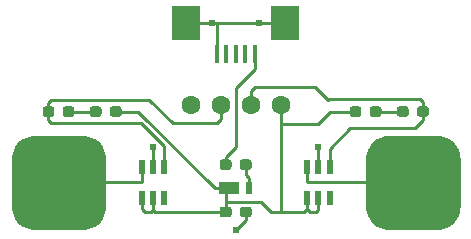
<source format=gtl>
G04 #@! TF.GenerationSoftware,KiCad,Pcbnew,(5.1.9-0-10_14)*
G04 #@! TF.CreationDate,2021-07-10T20:50:17+09:00*
G04 #@! TF.ProjectId,TouchSwitch,546f7563-6853-4776-9974-63682e6b6963,V1.0*
G04 #@! TF.SameCoordinates,Original*
G04 #@! TF.FileFunction,Copper,L1,Top*
G04 #@! TF.FilePolarity,Positive*
%FSLAX46Y46*%
G04 Gerber Fmt 4.6, Leading zero omitted, Abs format (unit mm)*
G04 Created by KiCad (PCBNEW (5.1.9-0-10_14)) date 2021-07-10 20:50:17*
%MOMM*%
%LPD*%
G01*
G04 APERTURE LIST*
G04 #@! TA.AperFunction,SMDPad,CuDef*
%ADD10R,0.500000X1.300000*%
G04 #@! TD*
G04 #@! TA.AperFunction,ComponentPad*
%ADD11C,1.600000*%
G04 #@! TD*
G04 #@! TA.AperFunction,SMDPad,CuDef*
%ADD12R,0.400000X1.600000*%
G04 #@! TD*
G04 #@! TA.AperFunction,SMDPad,CuDef*
%ADD13R,2.400000X3.000000*%
G04 #@! TD*
G04 #@! TA.AperFunction,SMDPad,CuDef*
%ADD14R,1.800000X1.000000*%
G04 #@! TD*
G04 #@! TA.AperFunction,SMDPad,CuDef*
%ADD15R,0.600000X1.000000*%
G04 #@! TD*
G04 #@! TA.AperFunction,ViaPad*
%ADD16C,0.609600*%
G04 #@! TD*
G04 #@! TA.AperFunction,Conductor*
%ADD17C,0.254000*%
G04 #@! TD*
G04 #@! TA.AperFunction,Conductor*
%ADD18C,0.100000*%
G04 #@! TD*
G04 APERTURE END LIST*
D10*
X7950000Y-16700000D03*
X7000000Y-16700000D03*
X6050000Y-16700000D03*
X6050000Y-19300000D03*
X7950000Y-19300000D03*
X7000000Y-19300000D03*
X-6050000Y-16700000D03*
X-7000000Y-16700000D03*
X-7950000Y-16700000D03*
X-7950000Y-19300000D03*
X-6050000Y-19300000D03*
X-7000000Y-19300000D03*
D11*
X-3810000Y-11430000D03*
X3810000Y-11430000D03*
X1270000Y-11430000D03*
X-1270000Y-11430000D03*
G04 #@! TA.AperFunction,SMDPad,CuDef*
G36*
G01*
X12350000Y-11775000D02*
X12350000Y-12225000D01*
G75*
G02*
X12125000Y-12450000I-225000J0D01*
G01*
X11575000Y-12450000D01*
G75*
G02*
X11350000Y-12225000I0J225000D01*
G01*
X11350000Y-11775000D01*
G75*
G02*
X11575000Y-11550000I225000J0D01*
G01*
X12125000Y-11550000D01*
G75*
G02*
X12350000Y-11775000I0J-225000D01*
G01*
G37*
G04 #@! TD.AperFunction*
G04 #@! TA.AperFunction,SMDPad,CuDef*
G36*
G01*
X10650000Y-11775000D02*
X10650000Y-12225000D01*
G75*
G02*
X10425000Y-12450000I-225000J0D01*
G01*
X9875000Y-12450000D01*
G75*
G02*
X9650000Y-12225000I0J225000D01*
G01*
X9650000Y-11775000D01*
G75*
G02*
X9875000Y-11550000I225000J0D01*
G01*
X10425000Y-11550000D01*
G75*
G02*
X10650000Y-11775000I0J-225000D01*
G01*
G37*
G04 #@! TD.AperFunction*
G04 #@! TA.AperFunction,SMDPad,CuDef*
G36*
G01*
X-12350000Y-12225000D02*
X-12350000Y-11775000D01*
G75*
G02*
X-12125000Y-11550000I225000J0D01*
G01*
X-11575000Y-11550000D01*
G75*
G02*
X-11350000Y-11775000I0J-225000D01*
G01*
X-11350000Y-12225000D01*
G75*
G02*
X-11575000Y-12450000I-225000J0D01*
G01*
X-12125000Y-12450000D01*
G75*
G02*
X-12350000Y-12225000I0J225000D01*
G01*
G37*
G04 #@! TD.AperFunction*
G04 #@! TA.AperFunction,SMDPad,CuDef*
G36*
G01*
X-10650000Y-12225000D02*
X-10650000Y-11775000D01*
G75*
G02*
X-10425000Y-11550000I225000J0D01*
G01*
X-9875000Y-11550000D01*
G75*
G02*
X-9650000Y-11775000I0J-225000D01*
G01*
X-9650000Y-12225000D01*
G75*
G02*
X-9875000Y-12450000I-225000J0D01*
G01*
X-10425000Y-12450000D01*
G75*
G02*
X-10650000Y-12225000I0J225000D01*
G01*
G37*
G04 #@! TD.AperFunction*
D12*
X1600000Y-7100000D03*
X800000Y-7100000D03*
X0Y-7100000D03*
X-800000Y-7100000D03*
X-1600000Y-7100000D03*
D13*
X4200000Y-4500000D03*
X-4200000Y-4500000D03*
G04 #@! TA.AperFunction,SMDPad,CuDef*
G36*
G01*
X1350000Y-16275000D02*
X1350000Y-16725000D01*
G75*
G02*
X1125000Y-16950000I-225000J0D01*
G01*
X575000Y-16950000D01*
G75*
G02*
X350000Y-16725000I0J225000D01*
G01*
X350000Y-16275000D01*
G75*
G02*
X575000Y-16050000I225000J0D01*
G01*
X1125000Y-16050000D01*
G75*
G02*
X1350000Y-16275000I0J-225000D01*
G01*
G37*
G04 #@! TD.AperFunction*
G04 #@! TA.AperFunction,SMDPad,CuDef*
G36*
G01*
X-350000Y-16275000D02*
X-350000Y-16725000D01*
G75*
G02*
X-575000Y-16950000I-225000J0D01*
G01*
X-1125000Y-16950000D01*
G75*
G02*
X-1350000Y-16725000I0J225000D01*
G01*
X-1350000Y-16275000D01*
G75*
G02*
X-1125000Y-16050000I225000J0D01*
G01*
X-575000Y-16050000D01*
G75*
G02*
X-350000Y-16275000I0J-225000D01*
G01*
G37*
G04 #@! TD.AperFunction*
D14*
X-550000Y-18500000D03*
D15*
X1150000Y-18500000D03*
G04 #@! TA.AperFunction,SMDPad,CuDef*
G36*
G01*
X16350000Y-11775000D02*
X16350000Y-12225000D01*
G75*
G02*
X16125000Y-12450000I-225000J0D01*
G01*
X15575000Y-12450000D01*
G75*
G02*
X15350000Y-12225000I0J225000D01*
G01*
X15350000Y-11775000D01*
G75*
G02*
X15575000Y-11550000I225000J0D01*
G01*
X16125000Y-11550000D01*
G75*
G02*
X16350000Y-11775000I0J-225000D01*
G01*
G37*
G04 #@! TD.AperFunction*
G04 #@! TA.AperFunction,SMDPad,CuDef*
G36*
G01*
X14650000Y-11775000D02*
X14650000Y-12225000D01*
G75*
G02*
X14425000Y-12450000I-225000J0D01*
G01*
X13875000Y-12450000D01*
G75*
G02*
X13650000Y-12225000I0J225000D01*
G01*
X13650000Y-11775000D01*
G75*
G02*
X13875000Y-11550000I225000J0D01*
G01*
X14425000Y-11550000D01*
G75*
G02*
X14650000Y-11775000I0J-225000D01*
G01*
G37*
G04 #@! TD.AperFunction*
G04 #@! TA.AperFunction,SMDPad,CuDef*
G36*
G01*
X-16350000Y-12225000D02*
X-16350000Y-11775000D01*
G75*
G02*
X-16125000Y-11550000I225000J0D01*
G01*
X-15575000Y-11550000D01*
G75*
G02*
X-15350000Y-11775000I0J-225000D01*
G01*
X-15350000Y-12225000D01*
G75*
G02*
X-15575000Y-12450000I-225000J0D01*
G01*
X-16125000Y-12450000D01*
G75*
G02*
X-16350000Y-12225000I0J225000D01*
G01*
G37*
G04 #@! TD.AperFunction*
G04 #@! TA.AperFunction,SMDPad,CuDef*
G36*
G01*
X-14650000Y-12225000D02*
X-14650000Y-11775000D01*
G75*
G02*
X-14425000Y-11550000I225000J0D01*
G01*
X-13875000Y-11550000D01*
G75*
G02*
X-13650000Y-11775000I0J-225000D01*
G01*
X-13650000Y-12225000D01*
G75*
G02*
X-13875000Y-12450000I-225000J0D01*
G01*
X-14425000Y-12450000D01*
G75*
G02*
X-14650000Y-12225000I0J225000D01*
G01*
G37*
G04 #@! TD.AperFunction*
G04 #@! TA.AperFunction,SMDPad,CuDef*
G36*
G01*
X-1350000Y-20725000D02*
X-1350000Y-20275000D01*
G75*
G02*
X-1125000Y-20050000I225000J0D01*
G01*
X-575000Y-20050000D01*
G75*
G02*
X-350000Y-20275000I0J-225000D01*
G01*
X-350000Y-20725000D01*
G75*
G02*
X-575000Y-20950000I-225000J0D01*
G01*
X-1125000Y-20950000D01*
G75*
G02*
X-1350000Y-20725000I0J225000D01*
G01*
G37*
G04 #@! TD.AperFunction*
G04 #@! TA.AperFunction,SMDPad,CuDef*
G36*
G01*
X350000Y-20725000D02*
X350000Y-20275000D01*
G75*
G02*
X575000Y-20050000I225000J0D01*
G01*
X1125000Y-20050000D01*
G75*
G02*
X1350000Y-20275000I0J-225000D01*
G01*
X1350000Y-20725000D01*
G75*
G02*
X1125000Y-20950000I-225000J0D01*
G01*
X575000Y-20950000D01*
G75*
G02*
X350000Y-20725000I0J225000D01*
G01*
G37*
G04 #@! TD.AperFunction*
D16*
X-7000000Y-15000000D03*
X7000000Y-15000000D03*
X0Y-22000000D03*
X-2000000Y-4500000D03*
X2000000Y-4500000D03*
D17*
X-7000000Y-19300000D02*
X-7000000Y-20300000D01*
X-6800000Y-20500000D02*
X-850000Y-20500000D01*
X-7000000Y-20300000D02*
X-6800000Y-20500000D01*
X-7200000Y-20500000D02*
X-7000000Y-20300000D01*
X-7700000Y-20500000D02*
X-7200000Y-20500000D01*
X-7950000Y-20250000D02*
X-7700000Y-20500000D01*
X-7950000Y-19300000D02*
X-7950000Y-20250000D01*
X7000000Y-19300000D02*
X7000000Y-20300000D01*
X7000000Y-20300000D02*
X6800000Y-20500000D01*
X6050000Y-19300000D02*
X6050000Y-20250000D01*
X6300000Y-20500000D02*
X6800000Y-20500000D01*
X6050000Y-20250000D02*
X6300000Y-20500000D01*
X6050000Y-20250000D02*
X5800000Y-20500000D01*
X-850000Y-18800000D02*
X-550000Y-18500000D01*
X-1781566Y-18500000D02*
X-550000Y-18500000D01*
X-8281566Y-12000000D02*
X-1781566Y-18500000D01*
X-10150000Y-12000000D02*
X-8281566Y-12000000D01*
X3810000Y-20490000D02*
X3800000Y-20500000D01*
X3800000Y-20500000D02*
X3000000Y-20500000D01*
X5800000Y-20500000D02*
X3800000Y-20500000D01*
X10150000Y-12000000D02*
X8000000Y-12000000D01*
X6990000Y-13010000D02*
X3810000Y-13010000D01*
X8000000Y-12000000D02*
X6990000Y-13010000D01*
X3810000Y-13010000D02*
X3810000Y-20490000D01*
X3810000Y-11430000D02*
X3810000Y-13010000D01*
X-831010Y-19668990D02*
X-850000Y-19650000D01*
X2168990Y-19668990D02*
X-831010Y-19668990D01*
X-850000Y-19650000D02*
X-850000Y-18800000D01*
X3000000Y-20500000D02*
X2168990Y-19668990D01*
X-850000Y-20500000D02*
X-850000Y-19650000D01*
X-1600000Y-4600000D02*
X-1500000Y-4500000D01*
X-1600000Y-7100000D02*
X-1600000Y-4600000D01*
X-7000000Y-16700000D02*
X-7000000Y-15000000D01*
X7000000Y-16700000D02*
X7000000Y-15000000D01*
X850000Y-21150000D02*
X0Y-22000000D01*
X850000Y-20500000D02*
X850000Y-21150000D01*
X-4200000Y-4500000D02*
X685802Y-4500000D01*
X685802Y-4500000D02*
X-2000000Y-4500000D01*
X-2000000Y-4500000D02*
X-1500000Y-4500000D01*
X4200000Y-4500000D02*
X2000000Y-4500000D01*
X-1500000Y-4500000D02*
X2000000Y-4500000D01*
X-8000000Y-13000000D02*
X-6050000Y-14950000D01*
X-15600000Y-13000000D02*
X-8000000Y-13000000D01*
X-15850000Y-12750000D02*
X-15600000Y-13000000D01*
X-6050000Y-14950000D02*
X-6050000Y-16700000D01*
X-15850000Y-12000000D02*
X-15850000Y-12750000D01*
X-15850000Y-11250000D02*
X-15850000Y-12000000D01*
X-15600000Y-11000000D02*
X-15850000Y-11250000D01*
X-7300000Y-11000000D02*
X-15600000Y-11000000D01*
X-1270000Y-12670000D02*
X-1600000Y-13000000D01*
X-5300000Y-13000000D02*
X-7300000Y-11000000D01*
X-1600000Y-13000000D02*
X-5300000Y-13000000D01*
X-1270000Y-11430000D02*
X-1270000Y-12670000D01*
X-14150000Y-12000000D02*
X-11850000Y-12000000D01*
X14150000Y-12000000D02*
X11850000Y-12000000D01*
X1150000Y-18500000D02*
X1150000Y-17650000D01*
X850000Y-17350000D02*
X850000Y-16500000D01*
X1150000Y-17650000D02*
X850000Y-17350000D01*
X0Y-15000000D02*
X0Y-10000000D01*
X1600000Y-8400000D02*
X1600000Y-7100000D01*
X0Y-10000000D02*
X1600000Y-8400000D01*
X-850000Y-15850000D02*
X0Y-15000000D01*
X-850000Y-16500000D02*
X-850000Y-15850000D01*
X-7950000Y-16700000D02*
X-7950000Y-17950000D01*
X-7950000Y-17950000D02*
X-8000000Y-18000000D01*
X-8000000Y-18000000D02*
X-11000000Y-18000000D01*
X7950000Y-16700000D02*
X7950000Y-15150000D01*
X15850000Y-12000000D02*
X15850000Y-12750000D01*
X15850000Y-12750000D02*
X15200000Y-13400000D01*
X9700000Y-13400000D02*
X7950000Y-15150000D01*
X15200000Y-13400000D02*
X9700000Y-13400000D01*
X1600000Y-9900000D02*
X1270000Y-10230000D01*
X1270000Y-10230000D02*
X1270000Y-11430000D01*
X7800000Y-11000000D02*
X6700000Y-9900000D01*
X7900000Y-10900000D02*
X7800000Y-11000000D01*
X15600000Y-10900000D02*
X7900000Y-10900000D01*
X15850000Y-11150000D02*
X15600000Y-10900000D01*
X6700000Y-9900000D02*
X1600000Y-9900000D01*
X15850000Y-12000000D02*
X15850000Y-11150000D01*
X6050000Y-16700000D02*
X6050000Y-17950000D01*
X6050000Y-17950000D02*
X6100000Y-18000000D01*
X6100000Y-18000000D02*
X11000000Y-18000000D01*
X-12733496Y-14146385D02*
X-12472407Y-14203181D01*
X-12222060Y-14296556D01*
X-11987555Y-14424605D01*
X-11773662Y-14584724D01*
X-11584724Y-14773662D01*
X-11424605Y-14987555D01*
X-11296556Y-15222060D01*
X-11203181Y-15472407D01*
X-11146385Y-15733496D01*
X-11127000Y-16004530D01*
X-11127000Y-19995470D01*
X-11146385Y-20266504D01*
X-11203181Y-20527593D01*
X-11296556Y-20777940D01*
X-11424605Y-21012445D01*
X-11584724Y-21226338D01*
X-11773662Y-21415276D01*
X-11987555Y-21575395D01*
X-12222060Y-21703444D01*
X-12472407Y-21796819D01*
X-12733496Y-21853615D01*
X-13004530Y-21873000D01*
X-16995470Y-21873000D01*
X-17266504Y-21853615D01*
X-17527593Y-21796819D01*
X-17777940Y-21703444D01*
X-18012445Y-21575395D01*
X-18226338Y-21415276D01*
X-18415276Y-21226338D01*
X-18575395Y-21012445D01*
X-18703444Y-20777940D01*
X-18796819Y-20527593D01*
X-18853615Y-20266504D01*
X-18873000Y-19995470D01*
X-18873000Y-16004530D01*
X-18853615Y-15733496D01*
X-18796819Y-15472407D01*
X-18703444Y-15222060D01*
X-18575395Y-14987555D01*
X-18415276Y-14773662D01*
X-18226338Y-14584724D01*
X-18012445Y-14424605D01*
X-17777940Y-14296556D01*
X-17527593Y-14203181D01*
X-17266504Y-14146385D01*
X-16995470Y-14127000D01*
X-13004530Y-14127000D01*
X-12733496Y-14146385D01*
G04 #@! TA.AperFunction,Conductor*
D18*
G36*
X-12733496Y-14146385D02*
G01*
X-12472407Y-14203181D01*
X-12222060Y-14296556D01*
X-11987555Y-14424605D01*
X-11773662Y-14584724D01*
X-11584724Y-14773662D01*
X-11424605Y-14987555D01*
X-11296556Y-15222060D01*
X-11203181Y-15472407D01*
X-11146385Y-15733496D01*
X-11127000Y-16004530D01*
X-11127000Y-19995470D01*
X-11146385Y-20266504D01*
X-11203181Y-20527593D01*
X-11296556Y-20777940D01*
X-11424605Y-21012445D01*
X-11584724Y-21226338D01*
X-11773662Y-21415276D01*
X-11987555Y-21575395D01*
X-12222060Y-21703444D01*
X-12472407Y-21796819D01*
X-12733496Y-21853615D01*
X-13004530Y-21873000D01*
X-16995470Y-21873000D01*
X-17266504Y-21853615D01*
X-17527593Y-21796819D01*
X-17777940Y-21703444D01*
X-18012445Y-21575395D01*
X-18226338Y-21415276D01*
X-18415276Y-21226338D01*
X-18575395Y-21012445D01*
X-18703444Y-20777940D01*
X-18796819Y-20527593D01*
X-18853615Y-20266504D01*
X-18873000Y-19995470D01*
X-18873000Y-16004530D01*
X-18853615Y-15733496D01*
X-18796819Y-15472407D01*
X-18703444Y-15222060D01*
X-18575395Y-14987555D01*
X-18415276Y-14773662D01*
X-18226338Y-14584724D01*
X-18012445Y-14424605D01*
X-17777940Y-14296556D01*
X-17527593Y-14203181D01*
X-17266504Y-14146385D01*
X-16995470Y-14127000D01*
X-13004530Y-14127000D01*
X-12733496Y-14146385D01*
G37*
G04 #@! TD.AperFunction*
D17*
X17266504Y-14146385D02*
X17527593Y-14203181D01*
X17777940Y-14296556D01*
X18012445Y-14424605D01*
X18226338Y-14584724D01*
X18415276Y-14773662D01*
X18575395Y-14987555D01*
X18703444Y-15222060D01*
X18796819Y-15472407D01*
X18853615Y-15733496D01*
X18873000Y-16004530D01*
X18873000Y-19995470D01*
X18853615Y-20266504D01*
X18796819Y-20527593D01*
X18703444Y-20777940D01*
X18575395Y-21012445D01*
X18415276Y-21226338D01*
X18226338Y-21415276D01*
X18012445Y-21575395D01*
X17777940Y-21703444D01*
X17527593Y-21796819D01*
X17266504Y-21853615D01*
X16995470Y-21873000D01*
X13004530Y-21873000D01*
X12733496Y-21853615D01*
X12472407Y-21796819D01*
X12222060Y-21703444D01*
X11987555Y-21575395D01*
X11773662Y-21415276D01*
X11584724Y-21226338D01*
X11424605Y-21012445D01*
X11296556Y-20777940D01*
X11203181Y-20527593D01*
X11146385Y-20266504D01*
X11127000Y-19995470D01*
X11127000Y-16004530D01*
X11146385Y-15733496D01*
X11203181Y-15472407D01*
X11296556Y-15222060D01*
X11424605Y-14987555D01*
X11584724Y-14773662D01*
X11773662Y-14584724D01*
X11987555Y-14424605D01*
X12222060Y-14296556D01*
X12472407Y-14203181D01*
X12661714Y-14162000D01*
X15162577Y-14162000D01*
X15200000Y-14165686D01*
X15237423Y-14162000D01*
X15237426Y-14162000D01*
X15349378Y-14150974D01*
X15428409Y-14127000D01*
X16995470Y-14127000D01*
X17266504Y-14146385D01*
G04 #@! TA.AperFunction,Conductor*
D18*
G36*
X17266504Y-14146385D02*
G01*
X17527593Y-14203181D01*
X17777940Y-14296556D01*
X18012445Y-14424605D01*
X18226338Y-14584724D01*
X18415276Y-14773662D01*
X18575395Y-14987555D01*
X18703444Y-15222060D01*
X18796819Y-15472407D01*
X18853615Y-15733496D01*
X18873000Y-16004530D01*
X18873000Y-19995470D01*
X18853615Y-20266504D01*
X18796819Y-20527593D01*
X18703444Y-20777940D01*
X18575395Y-21012445D01*
X18415276Y-21226338D01*
X18226338Y-21415276D01*
X18012445Y-21575395D01*
X17777940Y-21703444D01*
X17527593Y-21796819D01*
X17266504Y-21853615D01*
X16995470Y-21873000D01*
X13004530Y-21873000D01*
X12733496Y-21853615D01*
X12472407Y-21796819D01*
X12222060Y-21703444D01*
X11987555Y-21575395D01*
X11773662Y-21415276D01*
X11584724Y-21226338D01*
X11424605Y-21012445D01*
X11296556Y-20777940D01*
X11203181Y-20527593D01*
X11146385Y-20266504D01*
X11127000Y-19995470D01*
X11127000Y-16004530D01*
X11146385Y-15733496D01*
X11203181Y-15472407D01*
X11296556Y-15222060D01*
X11424605Y-14987555D01*
X11584724Y-14773662D01*
X11773662Y-14584724D01*
X11987555Y-14424605D01*
X12222060Y-14296556D01*
X12472407Y-14203181D01*
X12661714Y-14162000D01*
X15162577Y-14162000D01*
X15200000Y-14165686D01*
X15237423Y-14162000D01*
X15237426Y-14162000D01*
X15349378Y-14150974D01*
X15428409Y-14127000D01*
X16995470Y-14127000D01*
X17266504Y-14146385D01*
G37*
G04 #@! TD.AperFunction*
M02*

</source>
